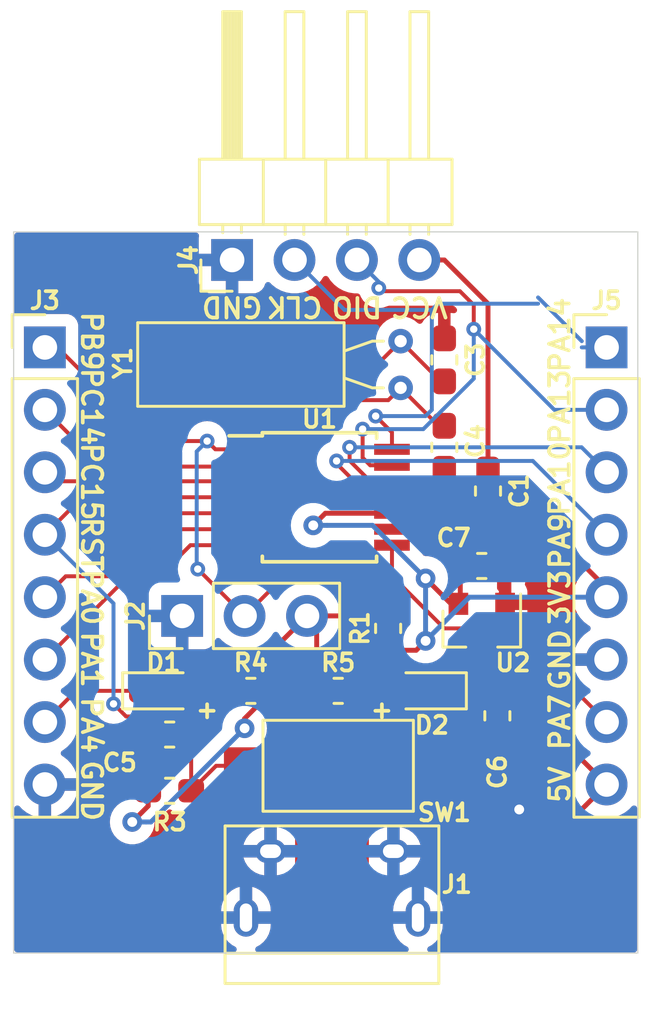
<source format=kicad_pcb>
(kicad_pcb (version 20221018) (generator pcbnew)
  (layers (0 "F.Cu" signal) (31 "B.Cu" signal) (34 "B.Paste" user) (35 "F.Paste" user) (36 "B.SilkS" user "B.Silkscreen") (37 "F.SilkS" user "F.Silkscreen") (38 "B.Mask" user) (39 "F.Mask" user) (44 "Edge.Cuts" user))
  (net 0 "")
  (net 1 "VCC")
  (net 2 "GND")
  (net 3 "/OSC_IN")
  (net 4 "/OSC_OUT")
  (net 5 "/NRST")
  (net 6 "VBUS")
  (net 7 "Net-(D1-Pad2)")
  (net 8 "/PA4")
  (net 9 "Net-(D2-Pad2)")
  (net 10 "/BOOT0")
  (net 11 "/PA1")
  (net 12 "/PA0")
  (net 13 "/PA13")
  (net 14 "/PA14")
  (net 15 "/PA7")
  (net 16 "/PA9")
  (net 17 "/PA10")
  (footprint "Capacitor_SMD:C_0603_1608Metric_Pad1.05x0.95mm_HandSolder" (layer "F.Cu") (at 159.766 70.104 90)
    (fp_text reference "C4" (at 0.254 1.27 90) (layer "F.SilkS") (effects (font (size 0.7 0.7))))
    (fp_text value "12pF")
    (fp_line (start -0.171267 -0.51) (end 0.171267 -0.51) (stroke (width 0.12)) (layer "F.SilkS"))
    (fp_line (start -0.171267 0.51) (end 0.171267 0.51) (stroke (width 0.12)) (layer "F.SilkS"))
    (pad "1" smd roundrect (at -0.875 0 90) (size 1.05 0.95) (layers "F.Cu" "F.Paste" "F.Mask") (net 2 "GND"))
    (pad "2" smd roundrect (at 0.875 0 90) (size 1.05 0.95) (layers "F.Cu" "F.Paste" "F.Mask") (net 4 "/OSC_OUT"))
  )
  (footprint "Capacitor_SMD:C_0603_1608Metric_Pad1.05x0.95mm_HandSolder" (layer "F.Cu") (at 161.925 81.026 90)
    (fp_text reference "C6" (at -2.286 0 90) (layer "F.SilkS") (effects (font (size 0.7 0.7))))
    (fp_text value "0.1uF")
    (fp_line (start -0.171267 -0.51) (end 0.171267 -0.51) (stroke (width 0.12)) (layer "F.SilkS"))
    (fp_line (start -0.171267 0.51) (end 0.171267 0.51) (stroke (width 0.12)) (layer "F.SilkS"))
    (pad "1" smd roundrect (at -0.875 0 90) (size 1.05 0.95) (layers "F.Cu" "F.Paste" "F.Mask") (net 2 "GND"))
    (pad "2" smd roundrect (at 0.875 0 90) (size 1.05 0.95) (layers "F.Cu" "F.Paste" "F.Mask") (net 6 "VBUS"))
  )
  (footprint "Capacitor_SMD:C_0603_1608Metric_Pad1.05x0.95mm_HandSolder" (layer "F.Cu") (at 161.29 74.93)
    (fp_text reference "C7" (at -1.143 -1.143) (layer "F.SilkS") (effects (font (size 0.7 0.7))))
    (fp_text value "0.1uF")
    (fp_line (start -0.171267 -0.51) (end 0.171267 -0.51) (stroke (width 0.12)) (layer "F.SilkS"))
    (fp_line (start -0.171267 0.51) (end 0.171267 0.51) (stroke (width 0.12)) (layer "F.SilkS"))
    (pad "1" smd roundrect (at -0.875 0) (size 1.05 0.95) (layers "F.Cu" "F.Paste" "F.Mask") (net 1 "VCC"))
    (pad "2" smd roundrect (at 0.875 0) (size 1.05 0.95) (layers "F.Cu" "F.Paste" "F.Mask") (net 2 "GND"))
  )
  (footprint "Resistor_SMD:R_0603_1608Metric_Pad1.05x0.95mm_HandSolder" (layer "F.Cu") (at 157.48 77.47 -90)
    (fp_text reference "R1" (at 0 1.143 90) (layer "F.SilkS") (effects (font (size 0.7 0.7))))
    (fp_text value "10kR")
    (fp_line (start -0.171267 -0.51) (end 0.171267 -0.51) (stroke (width 0.12)) (layer "F.SilkS"))
    (fp_line (start -0.171267 0.51) (end 0.171267 0.51) (stroke (width 0.12)) (layer "F.SilkS"))
    (pad "1" smd roundrect (at -0.875 0 270) (size 1.05 0.95) (layers "F.Cu" "F.Paste" "F.Mask") (net 10 "/BOOT0"))
    (pad "2" smd roundrect (at 0.875 0 270) (size 1.05 0.95) (layers "F.Cu" "F.Paste" "F.Mask") (net 1 "VCC"))
  )
  (footprint "Capacitor_SMD:C_0603_1608Metric_Pad1.05x0.95mm_HandSolder" (layer "F.Cu") (at 148.59 81.788 180)
    (fp_text reference "C5" (at 2.032 -1.143) (layer "F.SilkS") (effects (font (size 0.7 0.7))))
    (fp_text value "0.1uF")
    (fp_line (start -0.171267 -0.51) (end 0.171267 -0.51) (stroke (width 0.12)) (layer "F.SilkS"))
    (fp_line (start -0.171267 0.51) (end 0.171267 0.51) (stroke (width 0.12)) (layer "F.SilkS"))
    (pad "1" smd roundrect (at -0.875 0 180) (size 1.05 0.95) (layers "F.Cu" "F.Paste" "F.Mask") (net 5 "/NRST"))
    (pad "2" smd roundrect (at 0.875 0 180) (size 1.05 0.95) (layers "F.Cu" "F.Paste" "F.Mask") (net 2 "GND"))
  )
  (footprint "LED_SMD:LED_0603_1608Metric_Pad1.05x0.95mm_HandSolder" (layer "F.Cu") (at 148.336 80.01)
    (fp_text reference "D1" (at 0 -1.143) (layer "F.SilkS") (effects (font (size 0.7 0.7))))
    (fp_text value "GREEN")
    (fp_line (start -1.66 -0.735) (end -1.66 0.735) (stroke (width 0.12)) (layer "F.SilkS"))
    (fp_line (start -1.66 0.735) (end 0.8 0.735) (stroke (width 0.12)) (layer "F.SilkS"))
    (fp_line (start 0.8 -0.735) (end -1.66 -0.735) (stroke (width 0.12)) (layer "F.SilkS"))
    (pad "1" smd roundrect (at -0.875 0) (size 1.05 0.95) (layers "F.Cu" "F.Paste" "F.Mask") (net 8 "/PA4"))
    (pad "2" smd roundrect (at 0.875 0) (size 1.05 0.95) (layers "F.Cu" "F.Paste" "F.Mask") (net 7 "Net-(D1-Pad2)"))
  )
  (footprint "Package_SO:TSSOP-14_4.4x5mm_P0.65mm" (layer "F.Cu") (at 154.686 72.136)
    (fp_text reference "U1" (at 0 -3.175) (layer "F.SilkS") (effects (font (size 0.7 0.7))))
    (fp_text value "STM32L011D4Px")
    (fp_line (start -2.325 -2.625) (end -2.325 -2.5) (stroke (width 0.15)) (layer "F.SilkS"))
    (fp_line (start -2.325 -2.625) (end 2.325 -2.625) (stroke (width 0.15)) (layer "F.SilkS"))
    (fp_line (start -2.325 -2.5) (end -3.675 -2.5) (stroke (width 0.15)) (layer "F.SilkS"))
    (fp_line (start -2.325 2.625) (end -2.325 2.4) (stroke (width 0.15)) (layer "F.SilkS"))
    (fp_line (start -2.325 2.625) (end 2.325 2.625) (stroke (width 0.15)) (layer "F.SilkS"))
    (fp_line (start 2.325 -2.625) (end 2.325 -2.4) (stroke (width 0.15)) (layer "F.SilkS"))
    (fp_line (start 2.325 2.625) (end 2.325 2.4) (stroke (width 0.15)) (layer "F.SilkS"))
    (pad "1" smd rect (at -2.95 -1.95) (size 1.45 0.45) (layers "F.Cu" "F.Paste" "F.Mask") (net 10 "/BOOT0"))
    (pad "2" smd rect (at -2.95 -1.3) (size 1.45 0.45) (layers "F.Cu" "F.Paste" "F.Mask") (net 3 "/OSC_IN"))
    (pad "3" smd rect (at -2.95 -0.65) (size 1.45 0.45) (layers "F.Cu" "F.Paste" "F.Mask") (net 4 "/OSC_OUT"))
    (pad "4" smd rect (at -2.95 0) (size 1.45 0.45) (layers "F.Cu" "F.Paste" "F.Mask") (net 5 "/NRST"))
    (pad "5" smd rect (at -2.95 0.65) (size 1.45 0.45) (layers "F.Cu" "F.Paste" "F.Mask") (net 12 "/PA0"))
    (pad "6" smd rect (at -2.95 1.3) (size 1.45 0.45) (layers "F.Cu" "F.Paste" "F.Mask") (net 11 "/PA1"))
    (pad "7" smd rect (at -2.95 1.95) (size 1.45 0.45) (layers "F.Cu" "F.Paste" "F.Mask") (net 8 "/PA4"))
    (pad "8" smd rect (at 2.95 1.95) (size 1.45 0.45) (layers "F.Cu" "F.Paste" "F.Mask") (net 15 "/PA7"))
    (pad "9" smd rect (at 2.95 1.3) (size 1.45 0.45) (layers "F.Cu" "F.Paste" "F.Mask") (net 2 "GND"))
    (pad "10" smd rect (at 2.95 0.65) (size 1.45 0.45) (layers "F.Cu" "F.Paste" "F.Mask") (net 1 "VCC"))
    (pad "11" smd rect (at 2.95 0) (size 1.45 0.45) (layers "F.Cu" "F.Paste" "F.Mask") (net 16 "/PA9"))
    (pad "12" smd rect (at 2.95 -0.65) (size 1.45 0.45) (layers "F.Cu" "F.Paste" "F.Mask") (net 17 "/PA10"))
    (pad "13" smd rect (at 2.95 -1.3) (size 1.45 0.45) (layers "F.Cu" "F.Paste" "F.Mask") (net 13 "/PA13"))
    (pad "14" smd rect (at 2.95 -1.95) (size 1.45 0.45) (layers "F.Cu" "F.Paste" "F.Mask") (net 14 "/PA14"))
  )
  (footprint "Connector_PinHeader_2.54mm:PinHeader_1x03_P2.54mm_Vertical" (layer "F.Cu") (at 149.098 76.962 90)
    (fp_text reference "J2" (at 0 -1.905 90) (layer "F.SilkS") (effects (font (size 0.7 0.7))))
    (fp_text value "BOOT0")
    (fp_line (start -1.33 -1.33) (end 0 -1.33) (stroke (width 0.12)) (layer "F.SilkS"))
    (fp_line (start -1.33 0) (end -1.33 -1.33) (stroke (width 0.12)) (layer "F.SilkS"))
    (fp_line (start -1.33 1.27) (end -1.33 6.41) (stroke (width 0.12)) (layer "F.SilkS"))
    (fp_line (start -1.33 1.27) (end 1.33 1.27) (stroke (width 0.12)) (layer "F.SilkS"))
    (fp_line (start -1.33 6.41) (end 1.33 6.41) (stroke (width 0.12)) (layer "F.SilkS"))
    (fp_line (start 1.33 1.27) (end 1.33 6.41) (stroke (width 0.12)) (layer "F.SilkS"))
    (pad "1" thru_hole rect (at 0 0 90) (size 1.7 1.7) (drill 1) (layers "*.Cu" "*.Mask") (net 2 "GND"))
    (pad "2" thru_hole oval (at 0 2.54 90) (size 1.7 1.7) (drill 1) (layers "*.Cu" "*.Mask") (net 10 "/BOOT0"))
    (pad "3" thru_hole oval (at 0 5.08 90) (size 1.7 1.7) (drill 1) (layers "*.Cu" "*.Mask") (net 1 "VCC"))
  )
  (footprint "Capacitor_SMD:C_0603_1608Metric_Pad1.05x0.95mm_HandSolder" (layer "F.Cu") (at 161.544 71.882 90)
    (fp_text reference "C1" (at 0 1.27 90) (layer "F.SilkS") (effects (font (size 0.7 0.7))))
    (fp_text value "0.1uF")
    (fp_line (start -0.171267 -0.51) (end 0.171267 -0.51) (stroke (width 0.12)) (layer "F.SilkS"))
    (fp_line (start -0.171267 0.51) (end 0.171267 0.51) (stroke (width 0.12)) (layer "F.SilkS"))
    (pad "1" smd roundrect (at -0.875 0 90) (size 1.05 0.95) (layers "F.Cu" "F.Paste" "F.Mask") (net 2 "GND"))
    (pad "2" smd roundrect (at 0.875 0 90) (size 1.05 0.95) (layers "F.Cu" "F.Paste" "F.Mask") (net 1 "VCC"))
  )
  (footprint "Crystal:Crystal_C38-LF_D3.0mm_L8.0mm_Horizontal" (layer "F.Cu") (at 157.988 65.786 -90)
    (fp_text reference "Y1" (at 0.889 11.303 270) (layer "F.SilkS") (effects (font (size 0.7 0.7))))
    (fp_text value "32768Hz")
    (fp_line (start -0.75 2.3) (end -0.75 10.7) (stroke (width 0.12)) (layer "F.SilkS"))
    (fp_line (start -0.75 10.7) (end 2.65 10.7) (stroke (width 0.12)) (layer "F.SilkS"))
    (fp_line (start 0 1.15) (end 0 0.7) (stroke (width 0.12)) (layer "F.SilkS"))
    (fp_line (start 0.405 2.3) (end 0 1.15) (stroke (width 0.12)) (layer "F.SilkS"))
    (fp_line (start 1.495 2.3) (end 1.9 1.15) (stroke (width 0.12)) (layer "F.SilkS"))
    (fp_line (start 1.9 1.15) (end 1.9 0.7) (stroke (width 0.12)) (layer "F.SilkS"))
    (fp_line (start 2.65 2.3) (end -0.75 2.3) (stroke (width 0.12)) (layer "F.SilkS"))
    (fp_line (start 2.65 10.7) (end 2.65 2.3) (stroke (width 0.12)) (layer "F.SilkS"))
    (pad "1" thru_hole circle (at 0 0 270) (size 1 1) (drill 0.5) (layers "*.Cu" "*.Mask") (net 3 "/OSC_IN"))
    (pad "2" thru_hole circle (at 1.9 0 270) (size 1 1) (drill 0.5) (layers "*.Cu" "*.Mask") (net 4 "/OSC_OUT"))
  )
  (footprint "Button_Switch_SMD:SW_SPST_CK_RS282G05A3" (layer "F.Cu") (at 155.448 83.058)
    (fp_text reference "SW1" (at 4.318 1.905) (layer "F.SilkS") (effects (font (size 0.7 0.7))))
    (fp_text value "SW_Push")
    (fp_line (start -3.06 -1.85) (end 3.06 -1.85) (stroke (width 0.12)) (layer "F.SilkS"))
    (fp_line (start -3.06 1.85) (end -3.06 -1.85) (stroke (width 0.12)) (layer "F.SilkS"))
    (fp_line (start 3.06 -1.85) (end 3.06 1.85) (stroke (width 0.12)) (layer "F.SilkS"))
    (fp_line (start 3.06 1.85) (end -3.06 1.85) (stroke (width 0.12)) (layer "F.SilkS"))
    (pad "1" smd rect (at -3.9 0) (size 1.5 1.5) (layers "F.Cu" "F.Paste" "F.Mask") (net 5 "/NRST"))
    (pad "2" smd rect (at 3.9 0) (size 1.5 1.5) (layers "F.Cu" "F.Paste" "F.Mask") (net 2 "GND"))
  )
  (footprint "LED_SMD:LED_0603_1608Metric_Pad1.05x0.95mm_HandSolder" (layer "F.Cu") (at 159.004 80.01 180)
    (fp_text reference "D2" (at -0.254 -1.397) (layer "F.SilkS") (effects (font (size 0.7 0.7))))
    (fp_text value "RED")
    (fp_line (start -1.66 -0.735) (end -1.66 0.735) (stroke (width 0.12)) (layer "F.SilkS"))
    (fp_line (start -1.66 0.735) (end 0.8 0.735) (stroke (width 0.12)) (layer "F.SilkS"))
    (fp_line (start 0.8 -0.735) (end -1.66 -0.735) (stroke (width 0.12)) (layer "F.SilkS"))
    (pad "1" smd roundrect (at -0.875 0 180) (size 1.05 0.95) (layers "F.Cu" "F.Paste" "F.Mask") (net 2 "GND"))
    (pad "2" smd roundrect (at 0.875 0 180) (size 1.05 0.95) (layers "F.Cu" "F.Paste" "F.Mask") (net 9 "Net-(D2-Pad2)"))
  )
  (footprint "Resistor_SMD:R_0603_1608Metric_Pad1.05x0.95mm_HandSolder" (layer "F.Cu") (at 151.892 80.01 180)
    (fp_text reference "R4" (at 0 1.143) (layer "F.SilkS") (effects (font (size 0.7 0.7))))
    (fp_text value "1.5kR")
    (fp_line (start -0.171267 -0.51) (end 0.171267 -0.51) (stroke (width 0.12)) (layer "F.SilkS"))
    (fp_line (start -0.171267 0.51) (end 0.171267 0.51) (stroke (width 0.12)) (layer "F.SilkS"))
    (pad "1" smd roundrect (at -0.875 0 180) (size 1.05 0.95) (layers "F.Cu" "F.Paste" "F.Mask") (net 1 "VCC"))
    (pad "2" smd roundrect (at 0.875 0 180) (size 1.05 0.95) (layers "F.Cu" "F.Paste" "F.Mask") (net 7 "Net-(D1-Pad2)"))
  )
  (footprint "Resistor_SMD:R_0603_1608Metric_Pad1.05x0.95mm_HandSolder" (layer "F.Cu") (at 155.448 80.01)
    (fp_text reference "R5" (at 0 -1.143) (layer "F.SilkS") (effects (font (size 0.7 0.7))))
    (fp_text value "1.5kR")
    (fp_line (start -0.171267 -0.51) (end 0.171267 -0.51) (stroke (width 0.12)) (layer "F.SilkS"))
    (fp_line (start -0.171267 0.51) (end 0.171267 0.51) (stroke (width 0.12)) (layer "F.SilkS"))
    (pad "1" smd roundrect (at -0.875 0) (size 1.05 0.95) (layers "F.Cu" "F.Paste" "F.Mask") (net 1 "VCC"))
    (pad "2" smd roundrect (at 0.875 0) (size 1.05 0.95) (layers "F.Cu" "F.Paste" "F.Mask") (net 9 "Net-(D2-Pad2)"))
  )
  (footprint "Resistor_SMD:R_0603_1608Metric_Pad1.05x0.95mm_HandSolder" (layer "F.Cu") (at 148.59 84.074)
    (fp_text reference "R3" (at 0 1.27) (layer "F.SilkS") (effects (font (size 0.7 0.7))))
    (fp_text value "10kR")
    (fp_line (start -0.171267 -0.51) (end 0.171267 -0.51) (stroke (width 0.12)) (layer "F.SilkS"))
    (fp_line (start -0.171267 0.51) (end 0.171267 0.51) (stroke (width 0.12)) (layer "F.SilkS"))
    (pad "1" smd roundrect (at -0.875 0) (size 1.05 0.95) (layers "F.Cu" "F.Paste" "F.Mask") (net 1 "VCC"))
    (pad "2" smd roundrect (at 0.875 0) (size 1.05 0.95) (layers "F.Cu" "F.Paste" "F.Mask") (net 5 "/NRST"))
  )
  (footprint "Connector_PinHeader_2.54mm:PinHeader_1x08_P2.54mm_Vertical" (layer "F.Cu") (at 143.51 66.04)
    (fp_text reference "J3" (at 0 -1.905) (layer "F.SilkS") (effects (font (size 0.7 0.7))))
    (fp_text value "LEFT")
    (fp_line (start -1.33 -1.33) (end 0 -1.33) (stroke (width 0.12)) (layer "F.SilkS"))
    (fp_line (start -1.33 0) (end -1.33 -1.33) (stroke (width 0.12)) (layer "F.SilkS"))
    (fp_line (start -1.33 1.27) (end -1.33 19.11) (stroke (width 0.12)) (layer "F.SilkS"))
    (fp_line (start -1.33 1.27) (end 1.33 1.27) (stroke (width 0.12)) (layer "F.SilkS"))
    (fp_line (start -1.33 19.11) (end 1.33 19.11) (stroke (width 0.12)) (layer "F.SilkS"))
    (fp_line (start 1.33 1.27) (end 1.33 19.11) (stroke (width 0.12)) (layer "F.SilkS"))
    (pad "1" thru_hole rect (at 0 0) (size 1.7 1.7) (drill 1) (layers "*.Cu" "*.Mask") (net 10 "/BOOT0"))
    (pad "2" thru_hole oval (at 0 2.54) (size 1.7 1.7) (drill 1) (layers "*.Cu" "*.Mask") (net 3 "/OSC_IN"))
    (pad "3" thru_hole oval (at 0 5.08) (size 1.7 1.7) (drill 1) (layers "*.Cu" "*.Mask") (net 4 "/OSC_OUT"))
    (pad "4" thru_hole oval (at 0 7.62) (size 1.7 1.7) (drill 1) (layers "*.Cu" "*.Mask") (net 5 "/NRST"))
    (pad "5" thru_hole oval (at 0 10.16) (size 1.7 1.7) (drill 1) (layers "*.Cu" "*.Mask") (net 12 "/PA0"))
    (pad "6" thru_hole oval (at 0 12.7) (size 1.7 1.7) (drill 1) (layers "*.Cu" "*.Mask") (net 11 "/PA1"))
    (pad "7" thru_hole oval (at 0 15.24) (size 1.7 1.7) (drill 1) (layers "*.Cu" "*.Mask") (net 8 "/PA4"))
    (pad "8" thru_hole oval (at 0 17.78) (size 1.7 1.7) (drill 1) (layers "*.Cu" "*.Mask") (net 2 "GND"))
  )
  (footprint "Connector_PinHeader_2.54mm:PinHeader_1x04_P2.54mm_Horizontal" (layer "F.Cu") (at 151.13 62.484 90)
    (fp_text reference "J4" (at 0 -1.778 90) (layer "F.SilkS") (effects (font (size 0.7 0.7))))
    (fp_text value "SWD")
    (fp_line (start -1.27 -1.27) (end 0 -1.27) (stroke (width 0.12)) (layer "F.SilkS"))
    (fp_line (start -1.27 0) (end -1.27 -1.27) (stroke (width 0.12)) (layer "F.SilkS"))
    (fp_line (start 1.042929 2.16) (end 1.44 2.16) (stroke (width 0.12)) (layer "F.SilkS"))
    (fp_line (start 1.042929 2.92) (end 1.44 2.92) (stroke (width 0.12)) (layer "F.SilkS"))
    (fp_line (start 1.042929 4.7) (end 1.44 4.7) (stroke (width 0.12)) (layer "F.SilkS"))
    (fp_line (start 1.042929 5.46) (end 1.44 5.46) (stroke (width 0.12)) (layer "F.SilkS"))
    (fp_line (start 1.042929 7.24) (end 1.44 7.24) (stroke (width 0.12)) (layer "F.SilkS"))
    (fp_line (start 1.042929 8) (end 1.44 8) (stroke (width 0.12)) (layer "F.SilkS"))
    (fp_line (start 1.11 -0.38) (end 1.44 -0.38) (stroke (width 0.12)) (layer "F.SilkS"))
    (fp_line (start 1.11 0.38) (end 1.44 0.38) (stroke (width 0.12)) (layer "F.SilkS"))
    (fp_line (start 1.44 -1.33) (end 1.44 8.95) (stroke (width 0.12)) (layer "F.SilkS"))
    (fp_line (start 1.44 1.27) (end 4.1 1.27) (stroke (width 0.12)) (layer "F.SilkS"))
    (fp_line (start 1.44 3.81) (end 4.1 3.81) (stroke (width 0.12)) (layer "F.SilkS"))
    (fp_line (start 1.44 6.35) (end 4.1 6.35) (stroke (width 0.12)) (layer "F.SilkS"))
    (fp_line (start 1.44 8.95) (end 4.1 8.95) (stroke (width 0.12)) (layer "F.SilkS"))
    (fp_line (start 4.1 -1.33) (end 1.44 -1.33) (stroke (width 0.12)) (layer "F.SilkS"))
    (fp_line (start 4.1 -0.38) (end 10.1 -0.38) (stroke (width 0.12)) (layer "F.SilkS"))
    (fp_line (start 4.1 -0.32) (end 10.1 -0.32) (stroke (width 0.12)) (layer "F.SilkS"))
    (fp_line (start 4.1 -0.2) (end 10.1 -0.2) (stroke (width 0.12)) (layer "F.SilkS"))
    (fp_line (start 4.1 -0.08) (end 10.1 -0.08) (stroke (width 0.12)) (layer "F.SilkS"))
    (fp_line (start 4.1 0.04) (end 10.1 0.04) (stroke (width 0.12)) (layer "F.SilkS"))
    (fp_line (start 4.1 0.16) (end 10.1 0.16) (stroke (width 0.12)) (layer "F.SilkS"))
    (fp_line (start 4.1 0.28) (end 10.1 0.28) (stroke (width 0.12)) (layer "F.SilkS"))
    (fp_line (start 4.1 2.16) (end 10.1 2.16) (stroke (width 0.12)) (layer "F.SilkS"))
    (fp_line (start 4.1 4.7) (end 10.1 4.7) (stroke (width 0.12)) (layer "F.SilkS"))
    (fp_line (start 4.1 7.24) (end 10.1 7.24) (stroke (width 0.12)) (layer "F.SilkS"))
    (fp_line (start 4.1 8.95) (end 4.1 -1.33) (stroke (width 0.12)) (layer "F.SilkS"))
    (fp_line (start 10.1 -0.38) (end 10.1 0.38) (stroke (width 0.12)) (layer "F.SilkS"))
    (fp_line (start 10.1 0.38) (end 4.1 0.38) (stroke (width 0.12)) (layer "F.SilkS"))
    (fp_line (start 10.1 2.16) (end 10.1 2.92) (stroke (width 0.12)) (layer "F.SilkS"))
    (fp_line (start 10.1 2.92) (end 4.1 2.92) (stroke (width 0.12)) (layer "F.SilkS"))
    (fp_line (start 10.1 4.7) (end 10.1 5.46) (stroke (width 0.12)) (layer "F.SilkS"))
    (fp_line (start 10.1 5.46) (end 4.1 5.46) (stroke (width 0.12)) (layer "F.SilkS"))
    (fp_line (start 10.1 7.24) (end 10.1 8) (stroke (width 0.12)) (layer "F.SilkS"))
    (fp_line (start 10.1 8) (end 4.1 8) (stroke (width 0.12)) (layer "F.SilkS"))
    (pad "1" thru_hole rect (at 0 0 90) (size 1.7 1.7) (drill 1) (layers "*.Cu" "*.Mask") (net 2 "GND"))
    (pad "2" thru_hole oval (at 0 2.54 90) (size 1.7 1.7) (drill 1) (layers "*.Cu" "*.Mask") (net 14 "/PA14"))
    (pad "3" thru_hole oval (at 0 5.08 90) (size 1.7 1.7) (drill 1) (layers "*.Cu" "*.Mask") (net 13 "/PA13"))
    (pad "4" thru_hole oval (at 0 7.62 90) (size 1.7 1.7) (drill 1) (layers "*.Cu" "*.Mask") (net 1 "VCC"))
  )
  (footprint "Connector_PinHeader_2.54mm:PinHeader_1x08_P2.54mm_Vertical" (layer "F.Cu") (at 166.37 66.04)
    (fp_text reference "J5" (at 0 -1.905) (layer "F.SilkS") (effects (font (size 0.7 0.7))))
    (fp_text value "RIGHT")
    (fp_line (start -1.33 -1.33) (end 0 -1.33) (stroke (width 0.12)) (layer "F.SilkS"))
    (fp_line (start -1.33 0) (end -1.33 -1.33) (stroke (width 0.12)) (layer "F.SilkS"))
    (fp_line (start -1.33 1.27) (end -1.33 19.11) (stroke (width 0.12)) (layer "F.SilkS"))
    (fp_line (start -1.33 1.27) (end 1.33 1.27) (stroke (width 0.12)) (layer "F.SilkS"))
    (fp_line (start -1.33 19.11) (end 1.33 19.11) (stroke (width 0.12)) (layer "F.SilkS"))
    (fp_line (start 1.33 1.27) (end 1.33 19.11) (stroke (width 0.12)) (layer "F.SilkS"))
    (pad "1" thru_hole rect (at 0 0) (size 1.7 1.7) (drill 1) (layers "*.Cu" "*.Mask") (net 14 "/PA14"))
    (pad "2" thru_hole oval (at 0 2.54) (size 1.7 1.7) (drill 1) (layers "*.Cu" "*.Mask") (net 13 "/PA13"))
    (pad "3" thru_hole oval (at 0 5.08) (size 1.7 1.7) (drill 1) (layers "*.Cu" "*.Mask") (net 17 "/PA10"))
    (pad "4" thru_hole oval (at 0 7.62) (size 1.7 1.7) (drill 1) (layers "*.Cu" "*.Mask") (net 16 "/PA9"))
    (pad "5" thru_hole oval (at 0 10.16) (size 1.7 1.7) (drill 1) (layers "*.Cu" "*.Mask") (net 1 "VCC"))
    (pad "6" thru_hole oval (at 0 12.7) (size 1.7 1.7) (drill 1) (layers "*.Cu" "*.Mask") (net 2 "GND"))
    (pad "7" thru_hole oval (at 0 15.24) (size 1.7 1.7) (drill 1) (layers "*.Cu" "*.Mask") (net 15 "/PA7"))
    (pad "8" thru_hole oval (at 0 17.78) (size 1.7 1.7) (drill 1) (layers "*.Cu" "*.Mask") (net 6 "VBUS"))
  )
  (footprint "Package_TO_SOT_SMD:SOT-23" (layer "F.Cu") (at 161.29 77.47 -90)
    (fp_text reference "U2" (at 1.397 -1.27 180) (layer "F.SilkS") (effects (font (size 0.7 0.7))))
    (fp_text value "SC662K-3.3V")
    (fp_line (start 0.76 -1.58) (end -1.4 -1.58) (stroke (width 0.12)) (layer "F.SilkS"))
    (fp_line (start 0.76 -1.58) (end 0.76 -0.65) (stroke (width 0.12)) (layer "F.SilkS"))
    (fp_line (start 0.76 1.58) (end -0.7 1.58) (stroke (width 0.12)) (layer "F.SilkS"))
    (fp_line (start 0.76 1.58) (end 0.76 0.65) (stroke (width 0.12)) (layer "F.SilkS"))
    (pad "1" smd rect (at -1 -0.95 270) (size 0.9 0.8) (layers "F.Cu" "F.Paste" "F.Mask") (net 2 "GND"))
    (pad "2" smd rect (at -1 0.95 270) (size 0.9 0.8) (layers "F.Cu" "F.Paste" "F.Mask") (net 1 "VCC"))
    (pad "3" smd rect (at 1 0 270) (size 0.9 0.8) (layers "F.Cu" "F.Paste" "F.Mask") (net 6 "VBUS"))
  )
  (footprint "Icenowy_Connectors:USB_Micro-B_Connector" (layer "F.Cu") (at 155.194 87.884)
    (fp_text reference "J1" (at 5.08 0) (layer "F.SilkS") (effects (font (size 0.7 0.7))))
    (fp_text value "USB_B_Micro")
    (fp_line (start -4.35 -2.38) (end 4.35 -2.38) (stroke (width 0.12)) (layer "F.SilkS"))
    (fp_line (start -4.35 4.03) (end -4.35 -2.38) (stroke (width 0.12)) (layer "F.SilkS"))
    (fp_line (start -4.35 4.03) (end 4.35 4.03) (stroke (width 0.12)) (layer "F.SilkS"))
    (fp_line (start 4.35 -2.38) (end 4.35 4.03) (stroke (width 0.12)) (layer "F.SilkS"))
    (fp_line (start 4.35 2.8) (end -4.35 2.8) (stroke (width 0.12)) (layer "F.SilkS"))
    (pad "1" smd rect (at -1.3 -1.35 90) (size 1.35 0.4) (layers "F.Cu" "F.Paste" "F.Mask") (net 6 "VBUS"))
    (pad "2" smd rect (at -0.65 -1.35 90) (size 1.35 0.4) (layers "F.Cu" "F.Paste" "F.Mask"))
    (pad "3" smd rect (at 0 -1.35 90) (size 1.35 0.4) (layers "F.Cu" "F.Paste" "F.Mask"))
    (pad "4" smd rect (at 0.65 -1.35 90) (size 1.35 0.4) (layers "F.Cu" "F.Paste" "F.Mask") (net 2 "GND"))
    (pad "5" smd rect (at 1.3 -1.35 90) (size 1.35 0.4) (layers "F.Cu" "F.Paste" "F.Mask") (net 2 "GND"))
    (pad "6" thru_hole oval (at -3.5 1.35 90) (size 1.55 1) (drill oval 1.15 0.5) (layers "*.Cu" "*.Mask") (net 2 "GND"))
    (pad "6" thru_hole oval (at -2.5 -1.35 90) (size 0.95 1.25) (drill oval 0.55 0.85) (layers "*.Cu" "*.Mask") (net 2 "GND"))
    (pad "6" thru_hole oval (at 2.5 -1.35 90) (size 0.95 1.25) (drill oval 0.55 0.85) (layers "*.Cu" "*.Mask") (net 2 "GND"))
    (pad "6" thru_hole oval (at 3.5 1.35 90) (size 1.55 1) (drill oval 1.15 0.5) (layers "*.Cu" "*.Mask") (net 2 "GND"))
  )
  (footprint "Capacitor_SMD:C_0603_1608Metric_Pad1.05x0.95mm_HandSolder" (layer "F.Cu") (at 159.766 66.548 -90)
    (fp_text reference "C3" (at 0 -1.27 90) (layer "F.SilkS") (effects (font (size 0.7 0.7))))
    (fp_text value "12pF")
    (fp_line (start -0.171267 -0.51) (end 0.171267 -0.51) (stroke (width 0.12)) (layer "F.SilkS"))
    (fp_line (start -0.171267 0.51) (end 0.171267 0.51) (stroke (width 0.12)) (layer "F.SilkS"))
    (pad "1" smd roundrect (at -0.875 0 270) (size 1.05 0.95) (layers "F.Cu" "F.Paste" "F.Mask") (net 2 "GND"))
    (pad "2" smd roundrect (at 0.875 0 270) (size 1.05 0.95) (layers "F.Cu" "F.Paste" "F.Mask") (net 3 "/OSC_IN"))
  )
  (gr_line (start 142.24 90.678) (end 142.24 61.341) (stroke (width 0.05)) (layer "Edge.Cuts"))
  (gr_line (start 142.24 61.341) (end 167.64 61.341) (stroke (width 0.05)) (layer "Edge.Cuts"))
  (gr_line (start 167.64 90.678) (end 142.24 90.678) (stroke (width 0.05)) (layer "Edge.Cuts"))
  (gr_line (start 167.64 61.341) (end 167.64 90.678) (stroke (width 0.05)) (layer "Edge.Cuts"))
  (gr_text "CLK" (at 153.67 64.389 180) (layer "F.SilkS") (effects (font (size 0.8 0.8))))
  (gr_text "DIO" (at 156.21 64.389 180) (layer "F.SilkS") (effects (font (size 0.8 0.8))))
  (gr_text "VCC" (at 158.75 64.389 180) (layer "F.SilkS") (effects (font (size 0.8 0.8))))
  (gr_text "PA13" (at 164.465 68.453 90) (layer "F.SilkS") (effects (font (size 0.8 0.8))))
  (gr_text "5V" (at 164.465 83.82 90) (layer "F.SilkS") (effects (font (size 0.8 0.8))))
  (gr_text "GND" (at 145.415 84.074 270) (layer "F.SilkS") (effects (font (size 0.8 0.8))))
  (gr_text "PA4" (at 145.415 81.407 270) (layer "F.SilkS") (effects (font (size 0.8 0.8))))
  (gr_text "PA1" (at 145.415 78.74 270) (layer "F.SilkS") (effects (font (size 0.8 0.8))))
  (gr_text "PA0" (at 145.415 76.2 270) (layer "F.SilkS") (effects (font (size 0.8 0.8))))
  (gr_text "RST" (at 145.415 74.041 270) (layer "F.SilkS") (effects (font (size 0.8 0.8))))
  (gr_text "PC15" (at 145.415 71.501 270) (layer "F.SilkS") (effects (font (size 0.8 0.8))))
  (gr_text "PC14" (at 145.415 68.453 270) (layer "F.SilkS") (effects (font (size 0.8 0.8))))
  (gr_text "+" (at 150.114 80.772) (layer "F.SilkS") (effects (font (size 0.7 0.7))))
  (gr_text "+" (at 157.226 80.772) (layer "F.SilkS") (effects (font (size 0.7 0.7))))
  (gr_text "PB9" (at 145.415 65.786 270) (layer "F.SilkS") (effects (font (size 0.8 0.8))))
  (gr_text "PA14" (at 164.465 65.532 90) (layer "F.SilkS") (effects (font (size 0.8 0.8))))
  (gr_text "PA9" (at 164.465 73.914 90) (layer "F.SilkS") (effects (font (size 0.8 0.8))))
  (gr_text "GND" (at 164.465 78.74 90) (layer "F.SilkS") (effects (font (size 0.8 0.8))))
  (gr_text "PA7" (at 164.465 81.28 90) (layer "F.SilkS") (effects (font (size 0.8 0.8))))
  (gr_text "GND" (at 151.13 64.389 180) (layer "F.SilkS") (effects (font (size 0.8 0.8))))
  (gr_text "PA10" (at 164.465 71.374 90) (layer "F.SilkS") (effects (font (size 0.8 0.8))))
  (gr_text "3V3" (at 164.465 76.2 90) (layer "F.SilkS") (effects (font (size 0.8 0.8))))
  (segment (start 152.767 78.373) (end 154.178 76.962) (width 0.2) (layer "F.Cu") (net 1))
  (segment (start 154.573 80.01) (end 154.573 77.357) (width 0.2) (layer "F.Cu") (net 1))
  (segment (start 154.925 72.786) (end 154.831999 72.879001) (width 0.2) (layer "F.Cu") (net 1))
  (segment (start 157.636 72.786) (end 154.925 72.786) (width 0.2) (layer "F.Cu") (net 1))
  (segment (start 154.831999 72.879001) (end 154.432 73.279) (width 0.2) (layer "F.Cu") (net 1))
  (segment (start 160.415 74.93) (end 160.415 76.395) (width 0.2) (layer "F.Cu") (net 1))
  (segment (start 154.573 77.357) (end 154.178 76.962) (width 0.2) (layer "F.Cu") (net 1))
  (segment (start 160.415 76.395) (end 160.34 76.47) (width 0.2) (layer "F.Cu") (net 1))
  (segment (start 158.623 78.359) (end 157.494 78.359) (width 0.2) (layer "F.Cu") (net 1))
  (segment (start 159.004 77.978) (end 158.623 78.359) (width 0.2) (layer "F.Cu") (net 1))
  (segment (start 157.494 78.359) (end 157.48 78.345) (width 0.2) (layer "F.Cu") (net 1))
  (segment (start 160.036 76.47) (end 159.004 75.438) (width 0.2) (layer "F.Cu") (net 1))
  (segment (start 160.34 76.47) (end 160.036 76.47) (width 0.2) (layer "F.Cu") (net 1))
  (segment (start 154.178 76.962) (end 156.097 76.962) (width 0.2) (layer "F.Cu") (net 1))
  (segment (start 156.097 76.962) (end 157.48 78.345) (width 0.2) (layer "F.Cu") (net 1))
  (segment (start 152.767 80.01) (end 151.637998 81.139002) (width 0.2) (layer "F.Cu") (net 1))
  (segment (start 151.637998 81.139002) (end 151.637998 81.534) (width 0.2) (layer "F.Cu") (net 1))
  (segment (start 152.767 80.01) (end 152.767 78.373) (width 0.2) (layer "F.Cu") (net 1))
  (segment (start 159.766 62.484) (end 158.75 62.484) (width 0.2) (layer "F.Cu") (net 1))
  (segment (start 147.465999 84.944001) (end 147.066 85.344) (width 0.2) (layer "F.Cu") (net 1))
  (segment (start 161.544 71.007) (end 161.544 64.262) (width 0.2) (layer "F.Cu") (net 1))
  (segment (start 147.715 84.074) (end 147.715 84.695) (width 0.2) (layer "F.Cu") (net 1))
  (segment (start 161.544 71.007) (end 166.37 75.833) (width 0.2) (layer "F.Cu") (net 1))
  (segment (start 147.715 84.695) (end 147.465999 84.944001) (width 0.2) (layer "F.Cu") (net 1))
  (segment (start 166.37 75.833) (end 166.37 76.2) (width 0.2) (layer "F.Cu") (net 1))
  (segment (start 161.544 64.262) (end 159.766 62.484) (width 0.2) (layer "F.Cu") (net 1))
  (via (at 159.004 75.438) (size 0.8) (drill 0.4) (layers "F.Cu" "B.Cu") (net 1))
  (via (at 154.432 73.279) (size 0.8) (drill 0.4) (layers "F.Cu" "B.Cu") (net 1))
  (via (at 159.004 77.978) (size 0.8) (drill 0.4) (layers "F.Cu" "B.Cu") (net 1))
  (via (at 151.637998 81.534) (size 0.8) (drill 0.4) (layers "F.Cu" "B.Cu") (net 1))
  (via (at 147.066 85.344) (size 0.8) (drill 0.4) (layers "F.Cu" "B.Cu") (net 1))
  (segment (start 154.997685 73.279) (end 154.432 73.279) (width 0.2) (layer "B.Cu") (net 1))
  (segment (start 156.845 73.279) (end 154.997685 73.279) (width 0.2) (layer "B.Cu") (net 1))
  (segment (start 159.004 75.438) (end 156.845 73.279) (width 0.2) (layer "B.Cu") (net 1))
  (segment (start 159.004 75.438) (end 159.004 77.978) (width 0.2) (layer "B.Cu") (net 1))
  (segment (start 159.004 77.978) (end 160.782 76.2) (width 0.2) (layer "B.Cu") (net 1))
  (segment (start 147.827998 85.344) (end 147.631685 85.344) (width 0.2) (layer "B.Cu") (net 1))
  (segment (start 160.782 76.2) (end 166.37 76.2) (width 0.2) (layer "B.Cu") (net 1))
  (segment (start 151.637998 81.534) (end 147.827998 85.344) (width 0.2) (layer "B.Cu") (net 1))
  (segment (start 147.631685 85.344) (end 147.066 85.344) (width 0.2) (layer "B.Cu") (net 1))
  (segment (start 162.165 76.395) (end 162.24 76.47) (width 0.2) (layer "F.Cu") (net 2))
  (segment (start 161.544 72.757) (end 161.544 74.309) (width 0.2) (layer "F.Cu") (net 2))
  (segment (start 161.544 74.309) (end 162.165 74.93) (width 0.2) (layer "F.Cu") (net 2))
  (segment (start 159.348 84.008) (end 160.176 84.836) (width 0.2) (layer "F.Cu") (net 2))
  (segment (start 159.348 83.058) (end 159.348 84.008) (width 0.2) (layer "F.Cu") (net 2))
  (segment (start 160.176 84.836) (end 161.544 84.836) (width 0.2) (layer "F.Cu") (net 2))
  (segment (start 159.879 80.01) (end 159.879 82.527) (width 0.2) (layer "F.Cu") (net 2))
  (segment (start 159.879 82.527) (end 159.348 83.058) (width 0.2) (layer "F.Cu") (net 2))
  (segment (start 158.847 73.436) (end 159.639 72.644) (width 0.2) (layer "F.Cu") (net 2))
  (segment (start 159.752 72.757) (end 159.639 72.644) (width 0.2) (layer "F.Cu") (net 2))
  (segment (start 161.544 72.757) (end 159.752 72.757) (width 0.2) (layer "F.Cu") (net 2))
  (segment (start 162.165 74.93) (end 162.165 76.395) (width 0.2) (layer "F.Cu") (net 2))
  (segment (start 157.636 73.436) (end 158.847 73.436) (width 0.2) (layer "F.Cu") (net 2))
  (segment (start 156.494 86.534) (end 157.694 86.534) (width 0.2) (layer "F.Cu") (net 2))
  (segment (start 155.844 86.534) (end 156.494 86.534) (width 0.2) (layer "F.Cu") (net 2))
  (via (at 162.814 84.836) (size 0.8) (drill 0.4) (layers "F.Cu" "B.Cu") (net 2))
  (segment (start 150.798999 70.888001) (end 145.818001 70.888001) (width 0.16) (layer "F.Cu") (net 3))
  (segment (start 150.851 70.836) (end 150.798999 70.888001) (width 0.16) (layer "F.Cu") (net 3))
  (segment (start 157.988 65.786) (end 159.625 67.423) (width 0.16) (layer "F.Cu") (net 3))
  (segment (start 151.736 70.836) (end 150.851 70.836) (width 0.16) (layer "F.Cu") (net 3))
  (segment (start 152.938 70.836) (end 157.988 65.786) (width 0.16) (layer "F.Cu") (net 3))
  (segment (start 159.625 67.423) (end 159.766 67.423) (width 0.16) (layer "F.Cu") (net 3))
  (segment (start 151.736 70.836) (end 152.938 70.836) (width 0.16) (layer "F.Cu") (net 3))
  (segment (start 144.359999 69.429999) (end 143.51 68.58) (width 0.16) (layer "F.Cu") (net 3))
  (segment (start 145.818001 70.888001) (end 144.359999 69.429999) (width 0.16) (layer "F.Cu") (net 3))
  (segment (start 151.736 71.486) (end 143.876 71.486) (width 0.16) (layer "F.Cu") (net 4))
  (segment (start 157.488001 68.185999) (end 157.988 67.686) (width 0.16) (layer "F.Cu") (net 4))
  (segment (start 157.988 67.686) (end 159.531 69.229) (width 0.16) (layer "F.Cu") (net 4))
  (segment (start 143.876 71.486) (end 143.51 71.12) (width 0.16) (layer "F.Cu") (net 4))
  (segment (start 152.796 71.486) (end 156.096001 68.185999) (width 0.16) (layer "F.Cu") (net 4))
  (segment (start 156.096001 68.185999) (end 157.488001 68.185999) (width 0.16) (layer "F.Cu") (net 4))
  (segment (start 151.736 71.486) (end 152.796 71.486) (width 0.16) (layer "F.Cu") (net 4))
  (segment (start 159.531 69.229) (end 159.766 69.229) (width 0.16) (layer "F.Cu") (net 4))
  (segment (start 149.465 84.074) (end 150.481 83.058) (width 0.16) (layer "F.Cu") (net 5))
  (segment (start 150.481 83.058) (end 151.548 83.058) (width 0.16) (layer "F.Cu") (net 5))
  (segment (start 149.465 81.788) (end 149.465 84.074) (width 0.16) (layer "F.Cu") (net 5))
  (segment (start 146.81699 81.05299) (end 146.304 80.54) (width 0.16) (layer "F.Cu") (net 5))
  (segment (start 143.51 73.66) (end 145.034 72.136) (width 0.16) (layer "F.Cu") (net 5))
  (segment (start 145.034 72.136) (end 151.736 72.136) (width 0.16) (layer "F.Cu") (net 5))
  (segment (start 148.72999 81.05299) (end 146.81699 81.05299) (width 0.16) (layer "F.Cu") (net 5))
  (segment (start 149.465 81.788) (end 148.72999 81.05299) (width 0.16) (layer "F.Cu") (net 5))
  (via (at 146.304 80.54) (size 0.6) (drill 0.3) (layers "F.Cu" "B.Cu") (net 5))
  (segment (start 146.304 80.54) (end 146.304 76.454) (width 0.16) (layer "B.Cu") (net 5))
  (segment (start 146.304 76.454) (end 143.51 73.66) (width 0.16) (layer "B.Cu") (net 5))
  (segment (start 161.29 78.47) (end 161.29 79.516) (width 0.2) (layer "F.Cu") (net 6))
  (segment (start 161.29 79.516) (end 161.925 80.151) (width 0.2) (layer "F.Cu") (net 6))
  (segment (start 165.520001 84.669999) (end 166.37 83.82) (width 0.2) (layer "F.Cu") (net 6))
  (segment (start 154.369 87.884) (end 162.306 87.884) (width 0.2) (layer "F.Cu") (net 6))
  (segment (start 162.306 87.884) (end 165.520001 84.669999) (width 0.2) (layer "F.Cu") (net 6))
  (segment (start 161.925 80.151) (end 162.701 80.151) (width 0.2) (layer "F.Cu") (net 6))
  (segment (start 162.701 80.151) (end 166.37 83.82) (width 0.2) (layer "F.Cu") (net 6))
  (segment (start 153.894 87.409) (end 154.369 87.884) (width 0.2) (layer "F.Cu") (net 6))
  (segment (start 153.894 86.534) (end 153.894 87.409) (width 0.2) (layer "F.Cu") (net 6))
  (segment (start 149.211 80.01) (end 151.017 80.01) (width 0.16) (layer "F.Cu") (net 7))
  (segment (start 147.1295 76.3905) (end 147.461 76.722) (width 0.16) (layer "F.Cu") (net 8))
  (segment (start 147.461 76.722) (end 147.461 80.01) (width 0.16) (layer "F.Cu") (net 8))
  (segment (start 151.736 74.086) (end 149.434 74.086) (width 0.16) (layer "F.Cu") (net 8))
  (segment (start 149.434 74.086) (end 147.1295 76.3905) (width 0.16) (layer "F.Cu") (net 8))
  (segment (start 144.78 80.01) (end 147.461 80.01) (width 0.16) (layer "F.Cu") (net 8))
  (segment (start 143.51 81.28) (end 144.78 80.01) (width 0.16) (layer "F.Cu") (net 8))
  (segment (start 156.323 80.01) (end 158.129 80.01) (width 0.16) (layer "F.Cu") (net 9))
  (segment (start 153.162 75.438) (end 156.323 75.438) (width 0.16) (layer "F.Cu") (net 10))
  (segment (start 151.638 76.962) (end 153.162 75.438) (width 0.16) (layer "F.Cu") (net 10))
  (segment (start 156.323 75.438) (end 156.980928 76.095928) (width 0.16) (layer "F.Cu") (net 10))
  (segment (start 156.980928 76.095928) (end 157.48 76.595) (width 0.16) (layer "F.Cu") (net 10))
  (segment (start 151.638 76.962) (end 149.733 75.057) (width 0.16) (layer "F.Cu") (net 10))
  (segment (start 144.018 66.04) (end 143.51 66.04) (width 0.16) (layer "F.Cu") (net 10))
  (segment (start 150.114 69.85) (end 147.828 69.85) (width 0.16) (layer "F.Cu") (net 10))
  (segment (start 150.413999 70.149999) (end 150.114 69.85) (width 0.16) (layer "F.Cu") (net 10))
  (segment (start 147.828 69.85) (end 144.018 66.04) (width 0.16) (layer "F.Cu") (net 10))
  (segment (start 151.736 70.186) (end 150.45 70.186) (width 0.16) (layer "F.Cu") (net 10))
  (segment (start 150.45 70.186) (end 150.413999 70.149999) (width 0.16) (layer "F.Cu") (net 10))
  (via (at 149.733 75.057) (size 0.6) (drill 0.3) (layers "F.Cu" "B.Cu") (net 10))
  (via (at 150.114 69.85) (size 0.6) (drill 0.3) (layers "F.Cu" "B.Cu") (net 10))
  (segment (start 149.814001 70.149999) (end 150.114 69.85) (width 0.16) (layer "B.Cu") (net 10))
  (segment (start 149.689342 75.013342) (end 149.689342 70.274658) (width 0.16) (layer "B.Cu") (net 10))
  (segment (start 149.689342 70.274658) (end 149.814001 70.149999) (width 0.16) (layer "B.Cu") (net 10))
  (segment (start 143.51 78.74) (end 148.814 73.436) (width 0.16) (layer "F.Cu") (net 11))
  (segment (start 148.814 73.436) (end 151.736 73.436) (width 0.16) (layer "F.Cu") (net 11))
  (segment (start 149.02558 72.786) (end 150.851 72.786) (width 0.16) (layer "F.Cu") (net 12))
  (segment (start 143.51 76.2) (end 144.359999 75.350001) (width 0.16) (layer "F.Cu") (net 12))
  (segment (start 146.461579 75.350001) (end 149.02558 72.786) (width 0.16) (layer "F.Cu") (net 12))
  (segment (start 144.359999 75.350001) (end 146.461579 75.350001) (width 0.16) (layer "F.Cu") (net 12))
  (segment (start 150.851 72.786) (end 151.736 72.786) (width 0.16) (layer "F.Cu") (net 12))
  (segment (start 157.636 70.836) (end 156.751 70.836) (width 0.16) (layer "F.Cu") (net 13))
  (segment (start 157.225998 63.754) (end 157.098998 63.627) (width 0.16) (layer "F.Cu") (net 13))
  (segment (start 156.441669 70.526669) (end 156.441669 69.364331) (width 0.16) (layer "F.Cu") (net 13))
  (segment (start 160.964 65.3) (end 160.964 64.317) (width 0.16) (layer "F.Cu") (net 13))
  (segment (start 160.964 64.317) (end 160.401 63.754) (width 0.16) (layer "F.Cu") (net 13))
  (segment (start 156.751 70.836) (end 156.441669 70.526669) (width 0.16) (layer "F.Cu") (net 13))
  (segment (start 160.401 63.754) (end 157.225998 63.754) (width 0.16) (layer "F.Cu") (net 13))
  (via (at 156.441669 69.364331) (size 0.6) (drill 0.3) (layers "F.Cu" "B.Cu") (net 13))
  (via (at 160.964 65.3) (size 0.6) (drill 0.3) (layers "F.Cu" "B.Cu") (net 13))
  (via (at 157.098998 63.627) (size 0.6) (drill 0.3) (layers "F.Cu" "B.Cu") (net 13))
  (segment (start 164.244 68.58) (end 166.37 68.58) (width 0.16) (layer "B.Cu") (net 13))
  (segment (start 158.912089 69.364331) (end 160.964 67.31242) (width 0.16) (layer "B.Cu") (net 13))
  (segment (start 156.21 62.484) (end 157.098998 63.372998) (width 0.16) (layer "B.Cu") (net 13))
  (segment (start 160.964 65.3) (end 164.244 68.58) (width 0.16) (layer "B.Cu") (net 13))
  (segment (start 157.098998 63.372998) (end 157.098998 63.627) (width 0.16) (layer "B.Cu") (net 13))
  (segment (start 160.964 67.31242) (end 160.964 65.724264) (width 0.16) (layer "B.Cu") (net 13))
  (segment (start 156.441669 69.364331) (end 158.912089 69.364331) (width 0.16) (layer "B.Cu") (net 13))
  (segment (start 160.964 65.724264) (end 160.964 65.3) (width 0.16) (layer "B.Cu") (net 13))
  (segment (start 157.636 70.186) (end 157.636 69.498) (width 0.16) (layer "F.Cu") (net 14))
  (segment (start 157.636 69.498) (end 156.972 68.834) (width 0.16) (layer "F.Cu") (net 14))
  (via (at 156.972 68.834) (size 0.6) (drill 0.3) (layers "F.Cu" "B.Cu") (net 14))
  (segment (start 155.702 64.516) (end 159.258 64.516) (width 0.16) (layer "B.Cu") (net 14))
  (segment (start 165.36 66.04) (end 166.37 66.04) (width 0.16) (layer "B.Cu") (net 14))
  (segment (start 153.67 62.484) (end 155.702 64.516) (width 0.16) (layer "B.Cu") (net 14))
  (segment (start 159.258 68.58) (end 159.258 64.516) (width 0.16) (layer "B.Cu") (net 14))
  (segment (start 159.004 68.834) (end 159.258 68.58) (width 0.16) (layer "B.Cu") (net 14))
  (segment (start 159.512 64.262) (end 163.582 64.262) (width 0.16) (layer "B.Cu") (net 14))
  (segment (start 159.258 64.516) (end 159.512 64.262) (width 0.16) (layer "B.Cu") (net 14))
  (segment (start 156.972 68.834) (end 159.004 68.834) (width 0.16) (layer "B.Cu") (net 14))
  (segment (start 163.582 64.008) (end 165.36 65.786) (width 0.16) (layer "B.Cu") (net 14))
  (segment (start 159.766 77.47) (end 162.56 77.47) (width 0.16) (layer "F.Cu") (net 15))
  (segment (start 157.636 74.086) (end 157.636 75.34) (width 0.16) (layer "F.Cu") (net 15))
  (segment (start 162.56 77.47) (end 165.520001 80.430001) (width 0.16) (layer "F.Cu") (net 15))
  (segment (start 157.636 75.34) (end 159.766 77.47) (width 0.16) (layer "F.Cu") (net 15))
  (segment (start 165.520001 80.430001) (end 166.37 81.28) (width 0.16) (layer "F.Cu") (net 15))
  (segment (start 156.751 72.136) (end 155.3818 70.7668) (width 0.16) (layer "F.Cu") (net 16))
  (segment (start 157.636 72.136) (end 156.751 72.136) (width 0.16) (layer "F.Cu") (net 16))
  (segment (start 155.3818 70.7668) (end 155.3818 70.658492) (width 0.16) (layer "F.Cu") (net 16))
  (via (at 155.3818 70.658492) (size 0.6) (drill 0.3) (layers "F.Cu" "B.Cu") (net 16))
  (segment (start 163.368492 70.658492) (end 166.37 73.66) (width 0.16) (layer "B.Cu") (net 16))
  (segment (start 155.3818 70.658492) (end 163.368492 70.658492) (width 0.16) (layer "B.Cu") (net 16))
  (segment (start 155.911669 70.646669) (end 155.911669 70.104) (width 0.16) (layer "F.Cu") (net 17))
  (segment (start 157.636 71.486) (end 156.751 71.486) (width 0.16) (layer "F.Cu") (net 17))
  (segment (start 156.751 71.486) (end 155.911669 70.646669) (width 0.16) (layer "F.Cu") (net 17))
  (via (at 155.911669 70.104) (size 0.6) (drill 0.3) (layers "F.Cu" "B.Cu") (net 17))
  (segment (start 165.354 70.104) (end 166.37 71.12) (width 0.16) (layer "B.Cu") (net 17))
  (segment (start 155.911669 70.104) (end 165.354 70.104) (width 0.16) (layer "B.Cu") (net 17))
  (zone (net 2) (net_name "GND") (layer "F.Cu") (connect_pads (clearance 0.508)) (min_thickness 0.254) (fill yes (thermal_gap 0.508) (thermal_bridge_width 0.508))
    (polygon (pts (xy 142.24 61.341) (xy 167.64 61.341) (xy 167.64 90.678) (xy 142.24 90.678)))
  )
  (zone (net 2) (net_name "GND") (layer "B.Cu") (connect_pads (clearance 0.508)) (min_thickness 0.254) (fill yes (thermal_gap 0.508) (thermal_bridge_width 0.508))
    (polygon (pts (xy 142.24 61.341) (xy 167.64 61.341) (xy 167.64 90.678) (xy 142.24 90.678)))
  )
)
</source>
